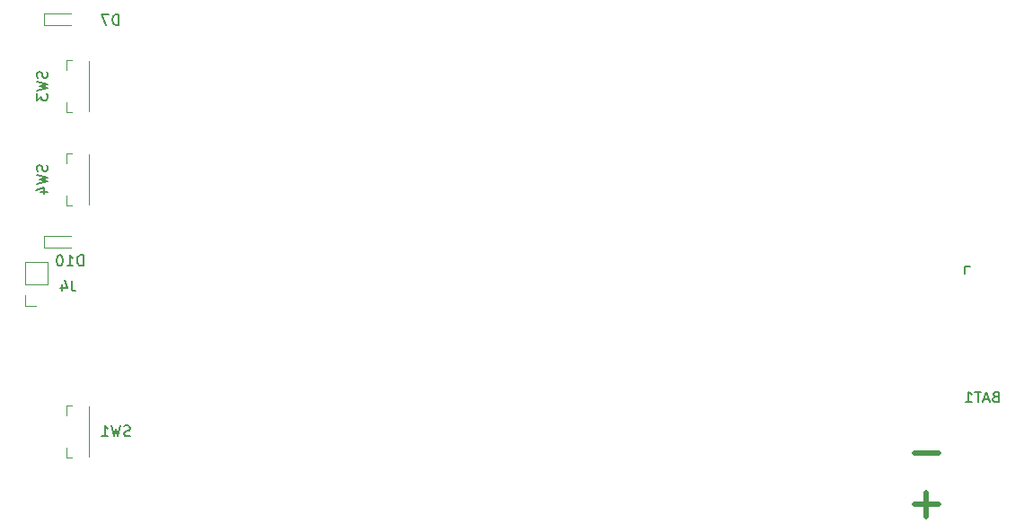
<source format=gbr>
G04 #@! TF.FileFunction,Legend,Bot*
%FSLAX46Y46*%
G04 Gerber Fmt 4.6, Leading zero omitted, Abs format (unit mm)*
G04 Created by KiCad (PCBNEW 4.0.7) date Wed May  2 17:40:28 2018*
%MOMM*%
%LPD*%
G01*
G04 APERTURE LIST*
%ADD10C,0.100000*%
%ADD11C,0.500000*%
%ADD12C,0.120000*%
%ADD13C,0.150000*%
G04 APERTURE END LIST*
D10*
D11*
X258657143Y-89714286D02*
X260942857Y-89714286D01*
X259785714Y-93457143D02*
X259785714Y-95742857D01*
X258642857Y-94600000D02*
X260928571Y-94600000D01*
D12*
X174840000Y-71740000D02*
X176960000Y-71740000D01*
X174840000Y-73800000D02*
X174840000Y-71740000D01*
X176960000Y-73800000D02*
X176960000Y-71740000D01*
X174840000Y-73800000D02*
X176960000Y-73800000D01*
X174840000Y-74800000D02*
X174840000Y-75860000D01*
X174840000Y-75860000D02*
X175900000Y-75860000D01*
X178725000Y-90150000D02*
X178725000Y-89225000D01*
X180850000Y-90050000D02*
X180850000Y-85350000D01*
X179275000Y-85250000D02*
X178725000Y-85250000D01*
X179275000Y-90150000D02*
X178725000Y-90150000D01*
X178725000Y-86175000D02*
X178725000Y-85250000D01*
D13*
X263400000Y-72800000D02*
X263400000Y-72100000D01*
X263400000Y-72100000D02*
X263900000Y-72100000D01*
D12*
X176600000Y-49350000D02*
X176600000Y-48250000D01*
X176600000Y-48250000D02*
X179200000Y-48250000D01*
X176600000Y-49350000D02*
X179200000Y-49350000D01*
X176600000Y-70350000D02*
X176600000Y-69250000D01*
X176600000Y-69250000D02*
X179200000Y-69250000D01*
X176600000Y-70350000D02*
X179200000Y-70350000D01*
X178725000Y-57550000D02*
X178725000Y-56625000D01*
X180850000Y-57450000D02*
X180850000Y-52750000D01*
X179275000Y-52650000D02*
X178725000Y-52650000D01*
X179275000Y-57550000D02*
X178725000Y-57550000D01*
X178725000Y-53575000D02*
X178725000Y-52650000D01*
X178725000Y-66350000D02*
X178725000Y-65425000D01*
X180850000Y-66250000D02*
X180850000Y-61550000D01*
X179275000Y-61450000D02*
X178725000Y-61450000D01*
X179275000Y-66350000D02*
X178725000Y-66350000D01*
X178725000Y-62375000D02*
X178725000Y-61450000D01*
D13*
X266314285Y-84428571D02*
X266171428Y-84476190D01*
X266123809Y-84523810D01*
X266076190Y-84619048D01*
X266076190Y-84761905D01*
X266123809Y-84857143D01*
X266171428Y-84904762D01*
X266266666Y-84952381D01*
X266647619Y-84952381D01*
X266647619Y-83952381D01*
X266314285Y-83952381D01*
X266219047Y-84000000D01*
X266171428Y-84047619D01*
X266123809Y-84142857D01*
X266123809Y-84238095D01*
X266171428Y-84333333D01*
X266219047Y-84380952D01*
X266314285Y-84428571D01*
X266647619Y-84428571D01*
X265695238Y-84666667D02*
X265219047Y-84666667D01*
X265790476Y-84952381D02*
X265457143Y-83952381D01*
X265123809Y-84952381D01*
X264933333Y-83952381D02*
X264361904Y-83952381D01*
X264647619Y-84952381D02*
X264647619Y-83952381D01*
X263504761Y-84952381D02*
X264076190Y-84952381D01*
X263790476Y-84952381D02*
X263790476Y-83952381D01*
X263885714Y-84095238D01*
X263980952Y-84190476D01*
X264076190Y-84238095D01*
X179233333Y-73452381D02*
X179233333Y-74166667D01*
X179280953Y-74309524D01*
X179376191Y-74404762D01*
X179519048Y-74452381D01*
X179614286Y-74452381D01*
X178328571Y-73785714D02*
X178328571Y-74452381D01*
X178566667Y-73404762D02*
X178804762Y-74119048D01*
X178185714Y-74119048D01*
X184733333Y-88104762D02*
X184590476Y-88152381D01*
X184352380Y-88152381D01*
X184257142Y-88104762D01*
X184209523Y-88057143D01*
X184161904Y-87961905D01*
X184161904Y-87866667D01*
X184209523Y-87771429D01*
X184257142Y-87723810D01*
X184352380Y-87676190D01*
X184542857Y-87628571D01*
X184638095Y-87580952D01*
X184685714Y-87533333D01*
X184733333Y-87438095D01*
X184733333Y-87342857D01*
X184685714Y-87247619D01*
X184638095Y-87200000D01*
X184542857Y-87152381D01*
X184304761Y-87152381D01*
X184161904Y-87200000D01*
X183828571Y-87152381D02*
X183590476Y-88152381D01*
X183399999Y-87438095D01*
X183209523Y-88152381D01*
X182971428Y-87152381D01*
X182066666Y-88152381D02*
X182638095Y-88152381D01*
X182352381Y-88152381D02*
X182352381Y-87152381D01*
X182447619Y-87295238D01*
X182542857Y-87390476D01*
X182638095Y-87438095D01*
X183638095Y-49352381D02*
X183638095Y-48352381D01*
X183400000Y-48352381D01*
X183257142Y-48400000D01*
X183161904Y-48495238D01*
X183114285Y-48590476D01*
X183066666Y-48780952D01*
X183066666Y-48923810D01*
X183114285Y-49114286D01*
X183161904Y-49209524D01*
X183257142Y-49304762D01*
X183400000Y-49352381D01*
X183638095Y-49352381D01*
X182733333Y-48352381D02*
X182066666Y-48352381D01*
X182495238Y-49352381D01*
X180314286Y-72052381D02*
X180314286Y-71052381D01*
X180076191Y-71052381D01*
X179933333Y-71100000D01*
X179838095Y-71195238D01*
X179790476Y-71290476D01*
X179742857Y-71480952D01*
X179742857Y-71623810D01*
X179790476Y-71814286D01*
X179838095Y-71909524D01*
X179933333Y-72004762D01*
X180076191Y-72052381D01*
X180314286Y-72052381D01*
X178790476Y-72052381D02*
X179361905Y-72052381D01*
X179076191Y-72052381D02*
X179076191Y-71052381D01*
X179171429Y-71195238D01*
X179266667Y-71290476D01*
X179361905Y-71338095D01*
X178171429Y-71052381D02*
X178076190Y-71052381D01*
X177980952Y-71100000D01*
X177933333Y-71147619D01*
X177885714Y-71242857D01*
X177838095Y-71433333D01*
X177838095Y-71671429D01*
X177885714Y-71861905D01*
X177933333Y-71957143D01*
X177980952Y-72004762D01*
X178076190Y-72052381D01*
X178171429Y-72052381D01*
X178266667Y-72004762D01*
X178314286Y-71957143D01*
X178361905Y-71861905D01*
X178409524Y-71671429D01*
X178409524Y-71433333D01*
X178361905Y-71242857D01*
X178314286Y-71147619D01*
X178266667Y-71100000D01*
X178171429Y-71052381D01*
X176904762Y-53766667D02*
X176952381Y-53909524D01*
X176952381Y-54147620D01*
X176904762Y-54242858D01*
X176857143Y-54290477D01*
X176761905Y-54338096D01*
X176666667Y-54338096D01*
X176571429Y-54290477D01*
X176523810Y-54242858D01*
X176476190Y-54147620D01*
X176428571Y-53957143D01*
X176380952Y-53861905D01*
X176333333Y-53814286D01*
X176238095Y-53766667D01*
X176142857Y-53766667D01*
X176047619Y-53814286D01*
X176000000Y-53861905D01*
X175952381Y-53957143D01*
X175952381Y-54195239D01*
X176000000Y-54338096D01*
X175952381Y-54671429D02*
X176952381Y-54909524D01*
X176238095Y-55100001D01*
X176952381Y-55290477D01*
X175952381Y-55528572D01*
X175952381Y-55814286D02*
X175952381Y-56433334D01*
X176333333Y-56100000D01*
X176333333Y-56242858D01*
X176380952Y-56338096D01*
X176428571Y-56385715D01*
X176523810Y-56433334D01*
X176761905Y-56433334D01*
X176857143Y-56385715D01*
X176904762Y-56338096D01*
X176952381Y-56242858D01*
X176952381Y-55957143D01*
X176904762Y-55861905D01*
X176857143Y-55814286D01*
X176904762Y-62566667D02*
X176952381Y-62709524D01*
X176952381Y-62947620D01*
X176904762Y-63042858D01*
X176857143Y-63090477D01*
X176761905Y-63138096D01*
X176666667Y-63138096D01*
X176571429Y-63090477D01*
X176523810Y-63042858D01*
X176476190Y-62947620D01*
X176428571Y-62757143D01*
X176380952Y-62661905D01*
X176333333Y-62614286D01*
X176238095Y-62566667D01*
X176142857Y-62566667D01*
X176047619Y-62614286D01*
X176000000Y-62661905D01*
X175952381Y-62757143D01*
X175952381Y-62995239D01*
X176000000Y-63138096D01*
X175952381Y-63471429D02*
X176952381Y-63709524D01*
X176238095Y-63900001D01*
X176952381Y-64090477D01*
X175952381Y-64328572D01*
X176285714Y-65138096D02*
X176952381Y-65138096D01*
X175904762Y-64900000D02*
X176619048Y-64661905D01*
X176619048Y-65280953D01*
M02*

</source>
